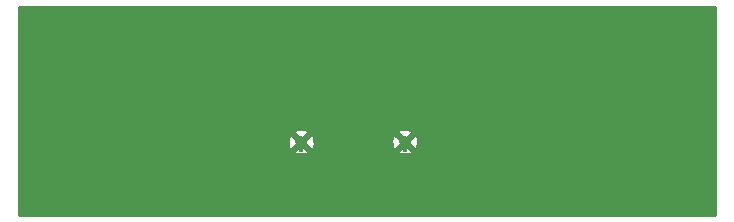
<source format=gbr>
G04 #@! TF.FileFunction,Copper,L2,Bot,Signal*
%FSLAX46Y46*%
G04 Gerber Fmt 4.6, Leading zero omitted, Abs format (unit mm)*
G04 Created by KiCad (PCBNEW 4.0.5) date 05/07/17 17:06:23*
%MOMM*%
%LPD*%
G01*
G04 APERTURE LIST*
%ADD10C,0.100000*%
%ADD11C,1.000000*%
%ADD12R,2.420000X5.080000*%
%ADD13C,0.970000*%
%ADD14R,0.460000X0.900000*%
%ADD15C,0.254000*%
G04 APERTURE END LIST*
D10*
D11*
X3692600Y17018500D03*
X30375300Y12459200D03*
X30629300Y9576300D03*
X30388000Y6922000D03*
X58582000Y17082000D03*
X30388000Y17082000D03*
X33182000Y17082000D03*
X38770000Y17082000D03*
X35976000Y17082000D03*
X47914000Y17082000D03*
X44866000Y17082000D03*
X41818000Y17082000D03*
X50708000Y17082000D03*
X56296000Y17082000D03*
X53756000Y17082000D03*
X24292000Y17082000D03*
X26832000Y6922000D03*
X26501800Y9614400D03*
X26743100Y12395700D03*
X26832000Y17082000D03*
X21244000Y17082000D03*
X12354000Y17082000D03*
X15402000Y17082000D03*
X18450000Y17082000D03*
X6512000Y17082000D03*
X9306000Y17082000D03*
D12*
X24120000Y2980000D03*
X32880000Y2980000D03*
D13*
X24120000Y6420000D03*
X32880000Y6420000D03*
D14*
X24120000Y5970000D03*
X32880000Y5970000D03*
D11*
X924000Y17082000D03*
D15*
G36*
X59173000Y227000D02*
X227000Y227000D01*
X227000Y5640800D01*
X23520405Y5640800D01*
X23555692Y5427232D01*
X23978564Y5286851D01*
X24422968Y5318982D01*
X24684308Y5427232D01*
X24719595Y5640800D01*
X32280405Y5640800D01*
X32315692Y5427232D01*
X32738564Y5286851D01*
X33182968Y5318982D01*
X33444308Y5427232D01*
X33479595Y5640800D01*
X32880000Y6240395D01*
X32280405Y5640800D01*
X24719595Y5640800D01*
X24120000Y6240395D01*
X23520405Y5640800D01*
X227000Y5640800D01*
X227000Y6561436D01*
X22986851Y6561436D01*
X23018982Y6117032D01*
X23127232Y5855692D01*
X23340800Y5820405D01*
X23940395Y6420000D01*
X24299605Y6420000D01*
X24899200Y5820405D01*
X25112768Y5855692D01*
X25253149Y6278564D01*
X25232697Y6561436D01*
X31746851Y6561436D01*
X31778982Y6117032D01*
X31887232Y5855692D01*
X32100800Y5820405D01*
X32700395Y6420000D01*
X33059605Y6420000D01*
X33659200Y5820405D01*
X33872768Y5855692D01*
X34013149Y6278564D01*
X33981018Y6722968D01*
X33872768Y6984308D01*
X33659200Y7019595D01*
X33059605Y6420000D01*
X32700395Y6420000D01*
X32100800Y7019595D01*
X31887232Y6984308D01*
X31746851Y6561436D01*
X25232697Y6561436D01*
X25221018Y6722968D01*
X25112768Y6984308D01*
X24899200Y7019595D01*
X24299605Y6420000D01*
X23940395Y6420000D01*
X23340800Y7019595D01*
X23127232Y6984308D01*
X22986851Y6561436D01*
X227000Y6561436D01*
X227000Y7199200D01*
X23520405Y7199200D01*
X24120000Y6599605D01*
X24719595Y7199200D01*
X32280405Y7199200D01*
X32880000Y6599605D01*
X33479595Y7199200D01*
X33444308Y7412768D01*
X33021436Y7553149D01*
X32577032Y7521018D01*
X32315692Y7412768D01*
X32280405Y7199200D01*
X24719595Y7199200D01*
X24684308Y7412768D01*
X24261436Y7553149D01*
X23817032Y7521018D01*
X23555692Y7412768D01*
X23520405Y7199200D01*
X227000Y7199200D01*
X227000Y17873000D01*
X59173000Y17873000D01*
X59173000Y227000D01*
X59173000Y227000D01*
G37*
X59173000Y227000D02*
X227000Y227000D01*
X227000Y5640800D01*
X23520405Y5640800D01*
X23555692Y5427232D01*
X23978564Y5286851D01*
X24422968Y5318982D01*
X24684308Y5427232D01*
X24719595Y5640800D01*
X32280405Y5640800D01*
X32315692Y5427232D01*
X32738564Y5286851D01*
X33182968Y5318982D01*
X33444308Y5427232D01*
X33479595Y5640800D01*
X32880000Y6240395D01*
X32280405Y5640800D01*
X24719595Y5640800D01*
X24120000Y6240395D01*
X23520405Y5640800D01*
X227000Y5640800D01*
X227000Y6561436D01*
X22986851Y6561436D01*
X23018982Y6117032D01*
X23127232Y5855692D01*
X23340800Y5820405D01*
X23940395Y6420000D01*
X24299605Y6420000D01*
X24899200Y5820405D01*
X25112768Y5855692D01*
X25253149Y6278564D01*
X25232697Y6561436D01*
X31746851Y6561436D01*
X31778982Y6117032D01*
X31887232Y5855692D01*
X32100800Y5820405D01*
X32700395Y6420000D01*
X33059605Y6420000D01*
X33659200Y5820405D01*
X33872768Y5855692D01*
X34013149Y6278564D01*
X33981018Y6722968D01*
X33872768Y6984308D01*
X33659200Y7019595D01*
X33059605Y6420000D01*
X32700395Y6420000D01*
X32100800Y7019595D01*
X31887232Y6984308D01*
X31746851Y6561436D01*
X25232697Y6561436D01*
X25221018Y6722968D01*
X25112768Y6984308D01*
X24899200Y7019595D01*
X24299605Y6420000D01*
X23940395Y6420000D01*
X23340800Y7019595D01*
X23127232Y6984308D01*
X22986851Y6561436D01*
X227000Y6561436D01*
X227000Y7199200D01*
X23520405Y7199200D01*
X24120000Y6599605D01*
X24719595Y7199200D01*
X32280405Y7199200D01*
X32880000Y6599605D01*
X33479595Y7199200D01*
X33444308Y7412768D01*
X33021436Y7553149D01*
X32577032Y7521018D01*
X32315692Y7412768D01*
X32280405Y7199200D01*
X24719595Y7199200D01*
X24684308Y7412768D01*
X24261436Y7553149D01*
X23817032Y7521018D01*
X23555692Y7412768D01*
X23520405Y7199200D01*
X227000Y7199200D01*
X227000Y17873000D01*
X59173000Y17873000D01*
X59173000Y227000D01*
M02*

</source>
